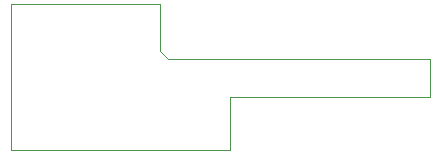
<source format=gbr>
%TF.GenerationSoftware,KiCad,Pcbnew,7.0.5*%
%TF.CreationDate,2026-01-01T21:50:29-06:00*%
%TF.ProjectId,Lora58thsStubShunt,4c6f7261-3538-4746-9873-537475625368,rev?*%
%TF.SameCoordinates,Original*%
%TF.FileFunction,Profile,NP*%
%FSLAX46Y46*%
G04 Gerber Fmt 4.6, Leading zero omitted, Abs format (unit mm)*
G04 Created by KiCad (PCBNEW 7.0.5) date 2026-01-01 21:50:29*
%MOMM*%
%LPD*%
G01*
G04 APERTURE LIST*
%TA.AperFunction,Profile*%
%ADD10C,0.100000*%
%TD*%
G04 APERTURE END LIST*
D10*
X79000000Y-76675000D02*
X79000000Y-89000000D01*
X91600000Y-80625000D02*
X91600000Y-76675000D01*
X97500000Y-89000000D02*
X97500000Y-84500000D01*
X114500000Y-81300000D02*
X92275000Y-81300000D01*
X114500000Y-84500000D02*
X114500000Y-81300000D01*
X92275000Y-81300000D02*
X91600000Y-80625000D01*
X97500000Y-84500000D02*
X114500000Y-84500000D01*
X79000000Y-76675000D02*
X91600000Y-76675000D01*
X79000000Y-89000000D02*
X97500000Y-89000000D01*
M02*

</source>
